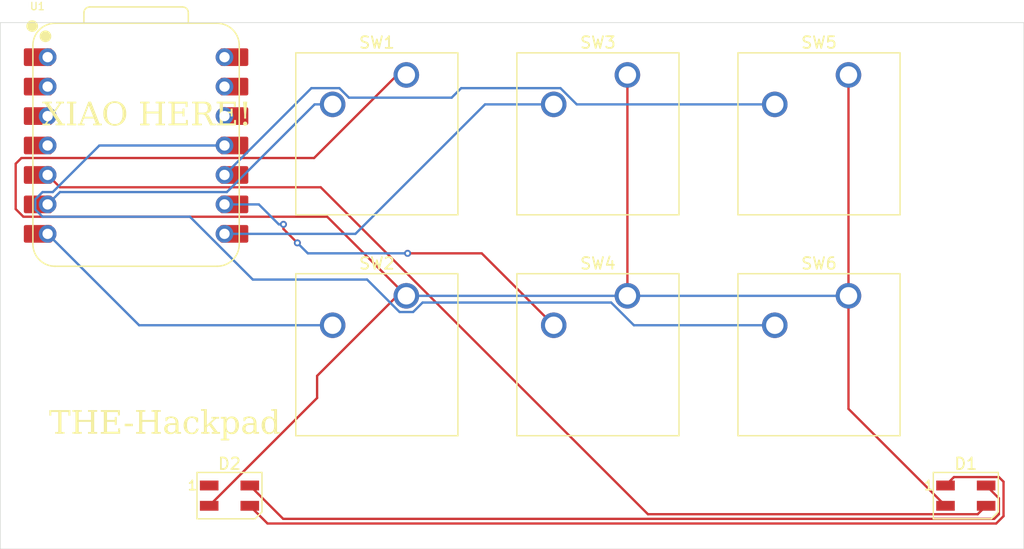
<source format=kicad_pcb>
(kicad_pcb (version 20241229) (generator "pcbnew") (generator_version "9.0")
  (layers (0 "F.Cu" signal) (2 "B.Cu" signal) (13 "F.Paste" user) (15 "B.Paste" user) (5 "F.SilkS" user "F.Silkscreen") (7 "B.SilkS" user "B.Silkscreen") (1 "F.Mask" user) (3 "B.Mask" user) (25 "Edge.Cuts" user))
  (net 0 "")
  (net 1 "Net-(D1-DIN)")
  (net 2 "GND")
  (net 3 "+5V")
  (net 4 "Net-(D1-DOUT)")
  (net 6 "Net-(U1-GPIO7{slash}SCL)")
  (net 7 "Net-(U1-GPIO0{slash}TX)")
  (net 8 "Net-(U1-GPIO1{slash}RX)")
  (net 9 "Net-(U1-GPIO2{slash}SCK)")
  (net 10 "Net-(U1-GPIO4{slash}MISO)")
  (net 11 "Net-(U1-GPIO3{slash}MOSI)")
  (footprint "Button_Switch_Keyboard:SW_Cherry_MX_1.00u_PCB" (layer "F.Cu") (at 154.89 87.96375)
    (property "Reference" "SW6" (at -2.54 -2.794 0) (layer "F.SilkS"))
    (property "Value" "SW_Push")
    (fp_line (start -9.525 -1.905) (end 4.445 -1.905) (stroke (width 0.12)) (layer "F.SilkS"))
    (fp_line (start -9.525 12.065) (end -9.525 -1.905) (stroke (width 0.12)) (layer "F.SilkS"))
    (fp_line (start 4.445 -1.905) (end 4.445 12.065) (stroke (width 0.12)) (layer "F.SilkS"))
    (fp_line (start 4.445 12.065) (end -9.525 12.065) (stroke (width 0.12)) (layer "F.SilkS"))
    (pad "" np_thru_hole circle (at -7.62 5.08) (size 1.7 1.7) (drill 1.7) (layers "*.Cu" "*.Mask"))
    (pad "" np_thru_hole circle (at -2.54 5.08) (size 4 4) (drill 4) (layers "*.Cu" "*.Mask"))
    (pad "" np_thru_hole circle (at 2.54 5.08) (size 1.7 1.7) (drill 1.7) (layers "*.Cu" "*.Mask"))
    (pad "1" thru_hole circle (at 0 0) (size 2.2 2.2) (drill 1.5) (layers "*.Cu" "*.Mask") (net 2 "GND"))
    (pad "2" thru_hole circle (at -6.35 2.54) (size 2.2 2.2) (drill 1.5) (layers "*.Cu" "*.Mask") (net 11 "Net-(U1-GPIO3{slash}MOSI)"))
  )
  (footprint "Button_Switch_Keyboard:SW_Cherry_MX_1.00u_PCB" (layer "F.Cu") (at 116.79 87.96375)
    (property "Reference" "SW2" (at -2.54 -2.794 0) (layer "F.SilkS"))
    (property "Value" "SW_Push")
    (fp_line (start -9.525 -1.905) (end 4.445 -1.905) (stroke (width 0.12)) (layer "F.SilkS"))
    (fp_line (start -9.525 12.065) (end -9.525 -1.905) (stroke (width 0.12)) (layer "F.SilkS"))
    (fp_line (start 4.445 -1.905) (end 4.445 12.065) (stroke (width 0.12)) (layer "F.SilkS"))
    (fp_line (start 4.445 12.065) (end -9.525 12.065) (stroke (width 0.12)) (layer "F.SilkS"))
    (pad "" np_thru_hole circle (at -7.62 5.08) (size 1.7 1.7) (drill 1.7) (layers "*.Cu" "*.Mask"))
    (pad "" np_thru_hole circle (at -2.54 5.08) (size 4 4) (drill 4) (layers "*.Cu" "*.Mask"))
    (pad "" np_thru_hole circle (at 2.54 5.08) (size 1.7 1.7) (drill 1.7) (layers "*.Cu" "*.Mask"))
    (pad "1" thru_hole circle (at 0 0) (size 2.2 2.2) (drill 1.5) (layers "*.Cu" "*.Mask") (net 2 "GND"))
    (pad "2" thru_hole circle (at -6.35 2.54) (size 2.2 2.2) (drill 1.5) (layers "*.Cu" "*.Mask") (net 7 "Net-(U1-GPIO0{slash}TX)"))
  )
  (footprint "Button_Switch_Keyboard:SW_Cherry_MX_1.00u_PCB" (layer "F.Cu") (at 116.79 68.91375)
    (property "Reference" "SW1" (at -2.54 -2.794 0) (layer "F.SilkS"))
    (property "Value" "SW_Push")
    (fp_line (start -9.525 -1.905) (end 4.445 -1.905) (stroke (width 0.12)) (layer "F.SilkS"))
    (fp_line (start -9.525 12.065) (end -9.525 -1.905) (stroke (width 0.12)) (layer "F.SilkS"))
    (fp_line (start 4.445 -1.905) (end 4.445 12.065) (stroke (width 0.12)) (layer "F.SilkS"))
    (fp_line (start 4.445 12.065) (end -9.525 12.065) (stroke (width 0.12)) (layer "F.SilkS"))
    (pad "" np_thru_hole circle (at -7.62 5.08) (size 1.7 1.7) (drill 1.7) (layers "*.Cu" "*.Mask"))
    (pad "" np_thru_hole circle (at -2.54 5.08) (size 4 4) (drill 4) (layers "*.Cu" "*.Mask"))
    (pad "" np_thru_hole circle (at 2.54 5.08) (size 1.7 1.7) (drill 1.7) (layers "*.Cu" "*.Mask"))
    (pad "1" thru_hole circle (at 0 0) (size 2.2 2.2) (drill 1.5) (layers "*.Cu" "*.Mask") (net 2 "GND"))
    (pad "2" thru_hole circle (at -6.35 2.54) (size 2.2 2.2) (drill 1.5) (layers "*.Cu" "*.Mask") (net 6 "Net-(U1-GPIO7{slash}SCL)"))
  )
  (footprint "OPL:XIAO-RP2040-DIP" (layer "F.Cu") (at 93.5 75)
    (property "Reference" "U1" (at -8.5 -12 0) (layer "F.SilkS") (effects (font (size 0.635 0.635) (thickness 0.1016))))
    (property "Value" "XIAO-RP2040-DIP")
    (fp_line (start -8.89 8.509) (end -8.89 -8.636) (stroke (width 0.127)) (layer "F.SilkS"))
    (fp_line (start -6.985 10.414) (end 6.985 10.414) (stroke (width 0.127)) (layer "F.SilkS"))
    (fp_line (start -4.495 -10.541) (end -4.491272 -11.451272) (stroke (width 0.127)) (layer "F.SilkS"))
    (fp_line (start -3.991272 -11.951) (end 4.004 -11.951) (stroke (width 0.127)) (layer "F.SilkS"))
    (fp_line (start 4.504 -11.451) (end 4.504 -10.541) (stroke (width 0.127)) (layer "F.SilkS"))
    (fp_line (start 6.985 -10.541) (end -6.985 -10.541) (stroke (width 0.1)) (layer "F.SilkS"))
    (fp_line (start 6.985 -10.541) (end -6.985 -10.541) (stroke (width 0.127)) (layer "F.SilkS"))
    (fp_line (start 8.89 8.509) (end 8.89 -8.636) (stroke (width 0.127)) (layer "F.SilkS"))
    (fp_arc (start -8.89 -8.636) (mid -8.332038 -9.983038) (end -6.985 -10.541) (stroke (width 0.127)) (layer "F.SilkS"))
    (fp_arc (start -6.985 10.414) (mid -8.332038 9.856038) (end -8.89 8.509) (stroke (width 0.127)) (layer "F.SilkS"))
    (fp_arc (start -4.491272 -11.451272) (mid -4.344728 -11.80464) (end -3.991272 -11.951) (stroke (width 0.127)) (layer "F.SilkS"))
    (fp_arc (start 4.004 -11.951) (mid 4.357553 -11.804553) (end 4.504 -11.451) (stroke (width 0.127)) (layer "F.SilkS"))
    (fp_arc (start 6.985 -10.541) (mid 8.332038 -9.983038) (end 8.89 -8.636) (stroke (width 0.127)) (layer "F.SilkS"))
    (fp_arc (start 8.89 8.509) (mid 8.332038 9.856038) (end 6.985 10.414) (stroke (width 0.127)) (layer "F.SilkS"))
    (fp_circle (center -8.95 -10.3) (end -8.95 -10.554) (stroke (width 0.5)) (fill yes) (layer "F.SilkS"))
    (fp_circle (center -7.807 -9.42) (end -7.807 -9.674) (stroke (width 0.5)) (fill yes) (layer "F.SilkS"))
    (pad "1" smd roundrect (at -8.455 -7.62 180) (size 2.432 1.524) (layers "F.Cu" "F.Mask") (roundrect_rratio 0.1))
    (pad "1" thru_hole circle (at -7.62 -7.62 180) (size 1.524 1.524) (drill 0.889) (layers "*.Cu" "*.Mask"))
    (pad "2" smd roundrect (at -8.455 -5.08 180) (size 2.432 1.524) (layers "F.Cu" "F.Mask") (roundrect_rratio 0.1))
    (pad "2" thru_hole circle (at -7.62 -5.08 180) (size 1.524 1.524) (drill 0.889) (layers "*.Cu" "*.Mask"))
    (pad "3" smd roundrect (at -8.455 -2.54 180) (size 2.432 1.524) (layers "F.Cu" "F.Mask") (roundrect_rratio 0.1))
    (pad "3" thru_hole circle (at -7.62 -2.54 180) (size 1.524 1.524) (drill 0.889) (layers "*.Cu" "*.Mask"))
    (pad "4" smd roundrect (at -8.455 0 180) (size 2.432 1.524) (layers "F.Cu" "F.Mask") (roundrect_rratio 0.1))
    (pad "4" thru_hole circle (at -7.62 0 180) (size 1.524 1.524) (drill 0.889) (layers "*.Cu" "*.Mask"))
    (pad "5" smd roundrect (at -8.455 2.54 180) (size 2.432 1.524) (layers "F.Cu" "F.Mask") (roundrect_rratio 0.1) (net 1 "Net-(D1-DIN)"))
    (pad "5" thru_hole circle (at -7.62 2.54 180) (size 1.524 1.524) (drill 0.889) (layers "*.Cu" "*.Mask") (net 1 "Net-(D1-DIN)"))
    (pad "6" smd roundrect (at -8.455 5.08 180) (size 2.432 1.524) (layers "F.Cu" "F.Mask") (roundrect_rratio 0.1) (net 6 "Net-(U1-GPIO7{slash}SCL)"))
    (pad "6" thru_hole circle (at -7.62 5.08 180) (size 1.524 1.524) (drill 0.889) (layers "*.Cu" "*.Mask") (net 6 "Net-(U1-GPIO7{slash}SCL)"))
    (pad "7" smd roundrect (at -8.455 7.62 180) (size 2.432 1.524) (layers "F.Cu" "F.Mask") (roundrect_rratio 0.1) (net 7 "Net-(U1-GPIO0{slash}TX)"))
    (pad "7" thru_hole circle (at -7.62 7.62 180) (size 1.524 1.524) (drill 0.889) (layers "*.Cu" "*.Mask") (net 7 "Net-(U1-GPIO0{slash}TX)"))
    (pad "8" thru_hole circle (at 7.62 7.62) (size 1.524 1.524) (drill 0.889) (layers "*.Cu" "*.Mask") (net 8 "Net-(U1-GPIO1{slash}RX)"))
    (pad "8" smd roundrect (at 8.455 7.62) (size 2.432 1.524) (layers "F.Cu" "F.Mask") (roundrect_rratio 0.1) (net 8 "Net-(U1-GPIO1{slash}RX)"))
    (pad "9" thru_hole circle (at 7.62 5.08) (size 1.524 1.524) (drill 0.889) (layers "*.Cu" "*.Mask") (net 9 "Net-(U1-GPIO2{slash}SCK)"))
    (pad "9" smd roundrect (at 8.455 5.08) (size 2.432 1.524) (layers "F.Cu" "F.Mask") (roundrect_rratio 0.1) (net 9 "Net-(U1-GPIO2{slash}SCK)"))
    (pad "10" thru_hole circle (at 7.62 2.54) (size 1.524 1.524) (drill 0.889) (layers "*.Cu" "*.Mask") (net 10 "Net-(U1-GPIO4{slash}MISO)"))
    (pad "10" smd roundrect (at 8.455 2.54) (size 2.432 1.524) (layers "F.Cu" "F.Mask") (roundrect_rratio 0.1) (net 10 "Net-(U1-GPIO4{slash}MISO)"))
    (pad "11" thru_hole circle (at 7.62 0) (size 1.524 1.524) (drill 0.889) (layers "*.Cu" "*.Mask") (net 11 "Net-(U1-GPIO3{slash}MOSI)"))
    (pad "11" smd roundrect (at 8.455 0) (size 2.432 1.524) (layers "F.Cu" "F.Mask") (roundrect_rratio 0.1) (net 11 "Net-(U1-GPIO3{slash}MOSI)"))
    (pad "12" thru_hole circle (at 7.62 -2.54) (size 1.524 1.524) (drill 0.889) (layers "*.Cu" "*.Mask"))
    (pad "12" smd roundrect (at 8.455 -2.54) (size 2.432 1.524) (layers "F.Cu" "F.Mask") (roundrect_rratio 0.1))
    (pad "13" thru_hole circle (at 7.62 -5.08) (size 1.524 1.524) (drill 0.889) (layers "*.Cu" "*.Mask"))
    (pad "13" smd roundrect (at 8.455 -5.08) (size 2.432 1.524) (layers "F.Cu" "F.Mask") (roundrect_rratio 0.1))
    (pad "14" thru_hole circle (at 7.62 -7.62) (size 1.524 1.524) (drill 0.889) (layers "*.Cu" "*.Mask"))
    (pad "14" smd roundrect (at 8.455 -7.62) (size 2.432 1.524) (layers "F.Cu" "F.Mask") (roundrect_rratio 0.1))
  )
  (footprint "Button_Switch_Keyboard:SW_Cherry_MX_1.00u_PCB" (layer "F.Cu") (at 135.84 87.96375)
    (property "Reference" "SW4" (at -2.54 -2.794 0) (layer "F.SilkS"))
    (property "Value" "SW_Push")
    (fp_line (start -9.525 -1.905) (end 4.445 -1.905) (stroke (width 0.12)) (layer "F.SilkS"))
    (fp_line (start -9.525 12.065) (end -9.525 -1.905) (stroke (width 0.12)) (layer "F.SilkS"))
    (fp_line (start 4.445 -1.905) (end 4.445 12.065) (stroke (width 0.12)) (layer "F.SilkS"))
    (fp_line (start 4.445 12.065) (end -9.525 12.065) (stroke (width 0.12)) (layer "F.SilkS"))
    (pad "" np_thru_hole circle (at -7.62 5.08) (size 1.7 1.7) (drill 1.7) (layers "*.Cu" "*.Mask"))
    (pad "" np_thru_hole circle (at -2.54 5.08) (size 4 4) (drill 4) (layers "*.Cu" "*.Mask"))
    (pad "" np_thru_hole circle (at 2.54 5.08) (size 1.7 1.7) (drill 1.7) (layers "*.Cu" "*.Mask"))
    (pad "1" thru_hole circle (at 0 0) (size 2.2 2.2) (drill 1.5) (layers "*.Cu" "*.Mask") (net 2 "GND"))
    (pad "2" thru_hole circle (at -6.35 2.54) (size 2.2 2.2) (drill 1.5) (layers "*.Cu" "*.Mask") (net 9 "Net-(U1-GPIO2{slash}SCK)"))
  )
  (footprint "Button_Switch_Keyboard:SW_Cherry_MX_1.00u_PCB" (layer "F.Cu") (at 154.89 68.91375)
    (property "Reference" "SW5" (at -2.54 -2.794 0) (layer "F.SilkS"))
    (property "Value" "SW_Push")
    (fp_line (start -9.525 -1.905) (end 4.445 -1.905) (stroke (width 0.12)) (layer "F.SilkS"))
    (fp_line (start -9.525 12.065) (end -9.525 -1.905) (stroke (width 0.12)) (layer "F.SilkS"))
    (fp_line (start 4.445 -1.905) (end 4.445 12.065) (stroke (width 0.12)) (layer "F.SilkS"))
    (fp_line (start 4.445 12.065) (end -9.525 12.065) (stroke (width 0.12)) (layer "F.SilkS"))
    (pad "" np_thru_hole circle (at -7.62 5.08) (size 1.7 1.7) (drill 1.7) (layers "*.Cu" "*.Mask"))
    (pad "" np_thru_hole circle (at -2.54 5.08) (size 4 4) (drill 4) (layers "*.Cu" "*.Mask"))
    (pad "" np_thru_hole circle (at 2.54 5.08) (size 1.7 1.7) (drill 1.7) (layers "*.Cu" "*.Mask"))
    (pad "1" thru_hole circle (at 0 0) (size 2.2 2.2) (drill 1.5) (layers "*.Cu" "*.Mask") (net 2 "GND"))
    (pad "2" thru_hole circle (at -6.35 2.54) (size 2.2 2.2) (drill 1.5) (layers "*.Cu" "*.Mask") (net 10 "Net-(U1-GPIO4{slash}MISO)"))
  )
  (footprint "Button_Switch_Keyboard:SW_Cherry_MX_1.00u_PCB" (layer "F.Cu") (at 135.84 68.91375)
    (property "Reference" "SW3" (at -2.54 -2.794 0) (layer "F.SilkS"))
    (property "Value" "SW_Push")
    (fp_line (start -9.525 -1.905) (end 4.445 -1.905) (stroke (width 0.12)) (layer "F.SilkS"))
    (fp_line (start -9.525 12.065) (end -9.525 -1.905) (stroke (width 0.12)) (layer "F.SilkS"))
    (fp_line (start 4.445 -1.905) (end 4.445 12.065) (stroke (width 0.12)) (layer "F.SilkS"))
    (fp_line (start 4.445 12.065) (end -9.525 12.065) (stroke (width 0.12)) (layer "F.SilkS"))
    (pad "" np_thru_hole circle (at -7.62 5.08) (size 1.7 1.7) (drill 1.7) (layers "*.Cu" "*.Mask"))
    (pad "" np_thru_hole circle (at -2.54 5.08) (size 4 4) (drill 4) (layers "*.Cu" "*.Mask"))
    (pad "" np_thru_hole circle (at 2.54 5.08) (size 1.7 1.7) (drill 1.7) (layers "*.Cu" "*.Mask"))
    (pad "1" thru_hole circle (at 0 0) (size 2.2 2.2) (drill 1.5) (layers "*.Cu" "*.Mask") (net 2 "GND"))
    (pad "2" thru_hole circle (at -6.35 2.54) (size 2.2 2.2) (drill 1.5) (layers "*.Cu" "*.Mask") (net 8 "Net-(U1-GPIO1{slash}RX)"))
  )
  (footprint "LED_SMD:LED_SK6812MINI_PLCC4_3.5x3.5mm_P1.75mm" (layer "F.Cu") (at 101.55 105.2)
    (property "Reference" "D2" (at 0 -2.75 0) (layer "F.SilkS"))
    (property "Value" "SK6812MINI")
    (fp_line (start -2.8 -2) (end -2.8 2) (stroke (width 0.12)) (layer "F.SilkS"))
    (fp_line (start -2.8 -2) (end 2.8 -2) (stroke (width 0.12)) (layer "F.SilkS"))
    (fp_line (start -2.8 2) (end 2.2 2) (stroke (width 0.12)) (layer "F.SilkS"))
    (fp_line (start 2.8 1.4) (end 2.2 2) (stroke (width 0.12)) (layer "F.SilkS"))
    (fp_line (start 2.8 1.4) (end 2.8 -2) (stroke (width 0.12)) (layer "F.SilkS"))
    (fp_text user "1" (at -3.2 -0.875 0) (layer "F.SilkS") (effects (font (size 0.8 0.8))))
    (pad "1" smd rect (at -1.75 -0.875) (size 1.6 0.85) (layers "F.Cu" "F.Mask" "F.Paste"))
    (pad "2" smd rect (at -1.75 0.875) (size 1.6 0.85) (layers "F.Cu" "F.Mask" "F.Paste") (net 2 "GND"))
    (pad "3" smd rect (at 1.75 0.875) (size 1.6 0.85) (layers "F.Cu" "F.Mask" "F.Paste") (net 4 "Net-(D1-DOUT)"))
    (pad "4" smd rect (at 1.75 -0.875) (size 1.6 0.85) (layers "F.Cu" "F.Mask" "F.Paste") (net 3 "+5V"))
  )
  (footprint "LED_SMD:LED_SK6812MINI_PLCC4_3.5x3.5mm_P1.75mm" (layer "F.Cu") (at 165 105.2)
    (property "Reference" "D1" (at 0 -2.75 0) (layer "F.SilkS"))
    (property "Value" "SK6812MINI")
    (fp_line (start -2.8 -2) (end -2.8 2) (stroke (width 0.12)) (layer "F.SilkS"))
    (fp_line (start -2.8 -2) (end 2.8 -2) (stroke (width 0.12)) (layer "F.SilkS"))
    (fp_line (start -2.8 2) (end 2.2 2) (stroke (width 0.12)) (layer "F.SilkS"))
    (fp_line (start 2.8 1.4) (end 2.2 2) (stroke (width 0.12)) (layer "F.SilkS"))
    (fp_line (start 2.8 1.4) (end 2.8 -2) (stroke (width 0.12)) (layer "F.SilkS"))
    (fp_text user "1" (at -3.2 -0.875 0) (layer "F.SilkS") (effects (font (size 0.8 0.8))))
    (pad "1" smd rect (at -1.75 -0.875) (size 1.6 0.85) (layers "F.Cu" "F.Mask" "F.Paste") (net 4 "Net-(D1-DOUT)"))
    (pad "2" smd rect (at -1.75 0.875) (size 1.6 0.85) (layers "F.Cu" "F.Mask" "F.Paste") (net 2 "GND"))
    (pad "3" smd rect (at 1.75 0.875) (size 1.6 0.85) (layers "F.Cu" "F.Mask" "F.Paste") (net 1 "Net-(D1-DIN)"))
    (pad "4" smd rect (at 1.75 -0.875) (size 1.6 0.85) (layers "F.Cu" "F.Mask" "F.Paste") (net 3 "+5V"))
  )
  (gr_rect (start 81.8 64.4) (end 170 109.8) (stroke (width 0.05)) (fill no) (layer "Edge.Cuts"))
  (gr_text "XIAO HERE!" (at 85.4 73.6 0) (layer "F.SilkS") (effects (font (size 2 2) (thickness 0.1)) (justify left bottom)))
  (gr_text "THE-Hackpad" (at 86 100.2 0) (layer "F.SilkS") (effects (font (size 2 2) (thickness 0.1)) (justify left bottom)))
  (segment (start 166.024 106.801) (end 137.608564 106.801) (width 0.2) (layer "F.Cu") (net 1))
  (segment (start 86.943 78.603) (end 85.88 77.54) (width 0.2) (layer "F.Cu") (net 1))
  (segment (start 109.410564 78.603) (end 86.943 78.603) (width 0.2) (layer "F.Cu") (net 1))
  (segment (start 166.75 106.075) (end 166.024 106.801) (width 0.2) (layer "F.Cu") (net 1))
  (segment (start 137.608564 106.801) (end 109.410564 78.603) (width 0.2) (layer "F.Cu") (net 1))
  (segment (start 116.005184 68.91375) (end 108.842934 76.076) (width 0.2) (layer "F.Cu") (net 2))
  (segment (start 83.623274 76.076) (end 83.127 76.572274) (width 0.2) (layer "F.Cu") (net 2))
  (segment (start 83.127 76.572274) (end 83.127 80.480626) (width 0.2) (layer "F.Cu") (net 2))
  (segment (start 116.005184 87.96375) (end 116.79 87.96375) (width 0.2) (layer "F.Cu") (net 2))
  (segment (start 109.96925 81.143) (end 116.79 87.96375) (width 0.2) (layer "F.Cu") (net 2))
  (segment (start 108.842934 76.076) (end 83.623274 76.076) (width 0.2) (layer "F.Cu") (net 2))
  (segment (start 109.1 96.775) (end 109.1 94.868934) (width 0.2) (layer "F.Cu") (net 2))
  (segment (start 163.25 106.075) (end 154.89 97.715) (width 0.2) (layer "F.Cu") (net 2))
  (segment (start 83.127 80.480626) (end 83.789374 81.143) (width 0.2) (layer "F.Cu") (net 2))
  (segment (start 154.89 97.715) (end 154.89 87.96375) (width 0.2) (layer "F.Cu") (net 2))
  (segment (start 154.89 68.91375) (end 154.89 87.96375) (width 0.2) (layer "F.Cu") (net 2))
  (segment (start 99.8 106.075) (end 109.1 96.775) (width 0.2) (layer "F.Cu") (net 2))
  (segment (start 83.789374 81.143) (end 109.96925 81.143) (width 0.2) (layer "F.Cu") (net 2))
  (segment (start 109.1 94.868934) (end 116.005184 87.96375) (width 0.2) (layer "F.Cu") (net 2))
  (segment (start 116.79 68.91375) (end 116.005184 68.91375) (width 0.2) (layer "F.Cu") (net 2))
  (segment (start 135.84 68.91375) (end 135.84 87.96375) (width 0.2) (layer "F.Cu") (net 2))
  (segment (start 135.84 87.96375) (end 154.89 87.96375) (width 0.2) (layer "B.Cu") (net 2))
  (segment (start 116.79 87.96375) (end 135.84 87.96375) (width 0.2) (layer "B.Cu") (net 2))
  (segment (start 167.851 105.426) (end 166.75 104.325) (width 0.2) (layer "F.Cu") (net 3))
  (segment (start 167.851 106.801) (end 167.851 105.426) (width 0.2) (layer "F.Cu") (net 3))
  (segment (start 103.3 104.325) (end 106.177 107.202) (width 0.2) (layer "F.Cu") (net 3))
  (segment (start 167.45 107.202) (end 167.851 106.801) (width 0.2) (layer "F.Cu") (net 3))
  (segment (start 106.177 107.202) (end 167.45 107.202) (width 0.2) (layer "F.Cu") (net 3))
  (segment (start 167.6161 107.603) (end 168.252 106.9671) (width 0.2) (layer "F.Cu") (net 4))
  (segment (start 163.976 103.599) (end 163.25 104.325) (width 0.2) (layer "F.Cu") (net 4))
  (segment (start 104.828 107.603) (end 167.6161 107.603) (width 0.2) (layer "F.Cu") (net 4))
  (segment (start 168.252 106.9671) (end 168.252 104) (width 0.2) (layer "F.Cu") (net 4))
  (segment (start 103.3 106.075) (end 104.828 107.603) (width 0.2) (layer "F.Cu") (net 4))
  (segment (start 167.851 103.599) (end 163.976 103.599) (width 0.2) (layer "F.Cu") (net 4))
  (segment (start 168.252 104) (end 167.851 103.599) (width 0.2) (layer "F.Cu") (net 4))
  (segment (start 86.943 79.017) (end 85.88 80.08) (width 0.2) (layer "B.Cu") (net 6))
  (segment (start 108.884366 71.45375) (end 101.321116 79.017) (width 0.2) (layer "B.Cu") (net 6))
  (segment (start 110.44 71.45375) (end 108.884366 71.45375) (width 0.2) (layer "B.Cu") (net 6))
  (segment (start 101.321116 79.017) (end 86.943 79.017) (width 0.2) (layer "B.Cu") (net 6))
  (segment (start 85.88 82.62) (end 93.76375 90.50375) (width 0.2) (layer "B.Cu") (net 7))
  (segment (start 93.76375 90.50375) (end 110.44 90.50375) (width 0.2) (layer "B.Cu") (net 7))
  (segment (start 123.56847 71.45375) (end 112.40222 82.62) (width 0.2) (layer "B.Cu") (net 8))
  (segment (start 112.40222 82.62) (end 101.12 82.62) (width 0.2) (layer "B.Cu") (net 8))
  (segment (start 129.49 71.45375) (end 123.56847 71.45375) (width 0.2) (layer "B.Cu") (net 8))
  (segment (start 107.4 83.4) (end 106.2 82.2) (width 0.2) (layer "F.Cu") (net 9))
  (segment (start 123.28625 84.3) (end 116.9 84.3) (width 0.2) (layer "F.Cu") (net 9))
  (segment (start 129.49 90.50375) (end 123.28625 84.3) (width 0.2) (layer "F.Cu") (net 9))
  (segment (start 106.2 82.2) (end 106.2 81.8) (width 0.2) (layer "F.Cu") (net 9))
  (via (at 107.4 83.4) (size 0.6) (drill 0.3) (layers "F.Cu" "B.Cu") (net 9))
  (via (at 116.9 84.3) (size 0.6) (drill 0.3) (layers "F.Cu" "B.Cu") (net 9))
  (via (at 106.2 81.8) (size 0.6) (drill 0.3) (layers "F.Cu" "B.Cu") (net 9))
  (segment (start 104.08 80.08) (end 101.12 80.08) (width 0.2) (layer "B.Cu") (net 9))
  (segment (start 116.9 84.3) (end 108.3 84.3) (width 0.2) (layer "B.Cu") (net 9))
  (segment (start 108.3 84.3) (end 107.4 83.4) (width 0.2) (layer "B.Cu") (net 9))
  (segment (start 106.2 81.8) (end 105.8 81.8) (width 0.2) (layer "B.Cu") (net 9))
  (segment (start 105.8 81.8) (end 104.08 80.08) (width 0.2) (layer "B.Cu") (net 9))
  (segment (start 111.841 70.873436) (end 111.020314 70.05275) (width 0.2) (layer "B.Cu") (net 10))
  (segment (start 120.69513 70.873436) (end 111.841 70.873436) (width 0.2) (layer "B.Cu") (net 10))
  (segment (start 121.515816 70.05275) (end 120.69513 70.873436) (width 0.2) (layer "B.Cu") (net 10))
  (segment (start 111.020314 70.05275) (end 108.60725 70.05275) (width 0.2) (layer "B.Cu") (net 10))
  (segment (start 131.471314 71.45375) (end 130.070314 70.05275) (width 0.2) (layer "B.Cu") (net 10))
  (segment (start 148.54 71.45375) (end 131.471314 71.45375) (width 0.2) (layer "B.Cu") (net 10))
  (segment (start 108.60725 70.05275) (end 101.12 77.54) (width 0.2) (layer "B.Cu") (net 10))
  (segment (start 130.070314 70.05275) (end 121.515816 70.05275) (width 0.2) (layer "B.Cu") (net 10))
  (segment (start 136.398686 90.50375) (end 148.54 90.50375) (width 0.2) (layer "B.Cu") (net 11))
  (segment (start 86.32031 79.017) (end 85.43969 79.017) (width 0.2) (layer "B.Cu") (net 11))
  (segment (start 98.13969 81.143) (end 103.55944 86.56275) (width 0.2) (layer "B.Cu") (net 11))
  (segment (start 84.817 80.52031) (end 85.43969 81.143) (width 0.2) (layer "B.Cu") (net 11))
  (segment (start 118.191 88.544064) (end 134.439 88.544064) (width 0.2) (layer "B.Cu") (net 11))
  (segment (start 84.817 79.63969) (end 84.817 80.52031) (width 0.2) (layer "B.Cu") (net 11))
  (segment (start 85.43969 81.143) (end 98.13969 81.143) (width 0.2) (layer "B.Cu") (net 11))
  (segment (start 116.209686 89.36475) (end 117.370314 89.36475) (width 0.2) (layer "B.Cu") (net 11))
  (segment (start 103.55944 86.56275) (end 113.407686 86.56275) (width 0.2) (layer "B.Cu") (net 11))
  (segment (start 134.439 88.544064) (end 136.398686 90.50375) (width 0.2) (layer "B.Cu") (net 11))
  (segment (start 113.407686 86.56275) (end 116.209686 89.36475) (width 0.2) (layer "B.Cu") (net 11))
  (segment (start 90.33731 75) (end 86.32031 79.017) (width 0.2) (layer "B.Cu") (net 11))
  (segment (start 101.12 75) (end 90.33731 75) (width 0.2) (layer "B.Cu") (net 11))
  (segment (start 117.370314 89.36475) (end 118.191 88.544064) (width 0.2) (layer "B.Cu") (net 11))
  (segment (start 85.43969 79.017) (end 84.817 79.63969) (width 0.2) (layer "B.Cu") (net 11))
)
</source>
